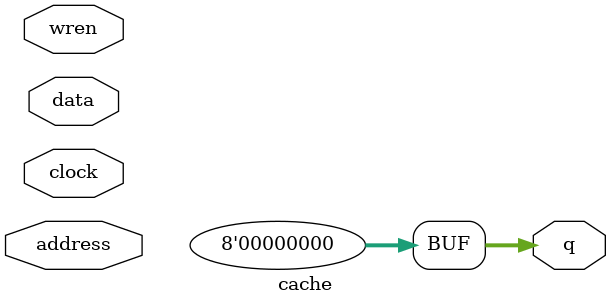
<source format=v>
module cache(	// file.cleaned.mlir:2:3
  input  [10:0] address,	// file.cleaned.mlir:2:23
  input         clock,	// file.cleaned.mlir:2:42
  input  [7:0]  data,	// file.cleaned.mlir:2:58
  input         wren,	// file.cleaned.mlir:2:73
  output [7:0]  q	// file.cleaned.mlir:2:89
);

  assign q = 8'h0;	// file.cleaned.mlir:3:14, :4:5
endmodule


</source>
